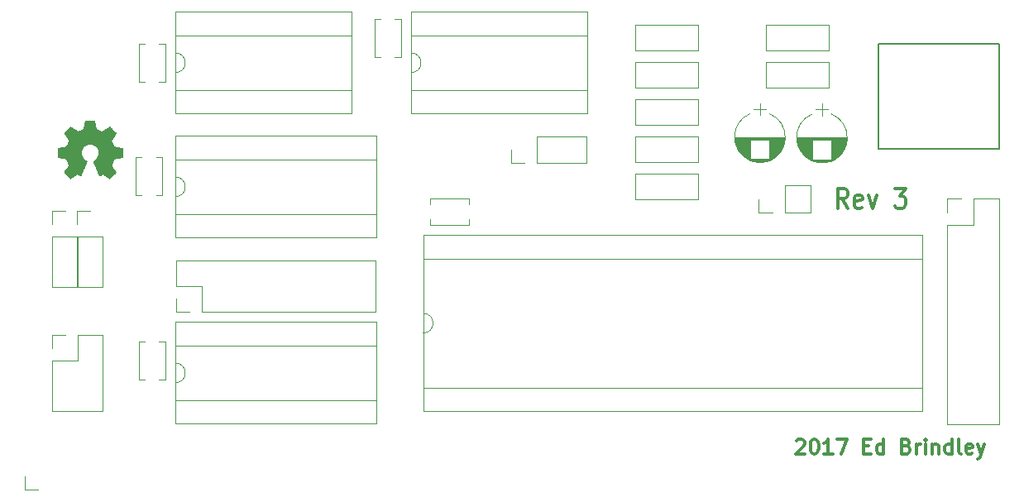
<source format=gto>
%TF.GenerationSoftware,KiCad,Pcbnew,4.0.6*%
%TF.CreationDate,2017-05-13T23:18:27+01:00*%
%TF.ProjectId,rc2014-ym2149,7263323031342D796D323134392E6B69,3*%
%TF.FileFunction,Legend,Top*%
%FSLAX46Y46*%
G04 Gerber Fmt 4.6, Leading zero omitted, Abs format (unit mm)*
G04 Created by KiCad (PCBNEW 4.0.6) date Sat May 13 23:18:27 2017*
%MOMM*%
%LPD*%
G01*
G04 APERTURE LIST*
%ADD10C,0.100000*%
%ADD11C,0.300000*%
%ADD12C,0.120000*%
%ADD13C,0.010000*%
%ADD14C,0.150000*%
G04 APERTURE END LIST*
D10*
D11*
X144907000Y-135539238D02*
X144314334Y-134571619D01*
X143891000Y-135539238D02*
X143891000Y-133507238D01*
X144568334Y-133507238D01*
X144737667Y-133604000D01*
X144822334Y-133700762D01*
X144907000Y-133894286D01*
X144907000Y-134184571D01*
X144822334Y-134378095D01*
X144737667Y-134474857D01*
X144568334Y-134571619D01*
X143891000Y-134571619D01*
X146346334Y-135442476D02*
X146177000Y-135539238D01*
X145838334Y-135539238D01*
X145669000Y-135442476D01*
X145584334Y-135248952D01*
X145584334Y-134474857D01*
X145669000Y-134281333D01*
X145838334Y-134184571D01*
X146177000Y-134184571D01*
X146346334Y-134281333D01*
X146431000Y-134474857D01*
X146431000Y-134668381D01*
X145584334Y-134861905D01*
X147023667Y-134184571D02*
X147447000Y-135539238D01*
X147870334Y-134184571D01*
X149733001Y-133507238D02*
X150833668Y-133507238D01*
X150241001Y-134281333D01*
X150495001Y-134281333D01*
X150664334Y-134378095D01*
X150749001Y-134474857D01*
X150833668Y-134668381D01*
X150833668Y-135152190D01*
X150749001Y-135345714D01*
X150664334Y-135442476D01*
X150495001Y-135539238D01*
X149987001Y-135539238D01*
X149817668Y-135442476D01*
X149733001Y-135345714D01*
X139617858Y-159321429D02*
X139689287Y-159250000D01*
X139832144Y-159178571D01*
X140189287Y-159178571D01*
X140332144Y-159250000D01*
X140403573Y-159321429D01*
X140475001Y-159464286D01*
X140475001Y-159607143D01*
X140403573Y-159821429D01*
X139546430Y-160678571D01*
X140475001Y-160678571D01*
X141403572Y-159178571D02*
X141546429Y-159178571D01*
X141689286Y-159250000D01*
X141760715Y-159321429D01*
X141832144Y-159464286D01*
X141903572Y-159750000D01*
X141903572Y-160107143D01*
X141832144Y-160392857D01*
X141760715Y-160535714D01*
X141689286Y-160607143D01*
X141546429Y-160678571D01*
X141403572Y-160678571D01*
X141260715Y-160607143D01*
X141189286Y-160535714D01*
X141117858Y-160392857D01*
X141046429Y-160107143D01*
X141046429Y-159750000D01*
X141117858Y-159464286D01*
X141189286Y-159321429D01*
X141260715Y-159250000D01*
X141403572Y-159178571D01*
X143332143Y-160678571D02*
X142475000Y-160678571D01*
X142903572Y-160678571D02*
X142903572Y-159178571D01*
X142760715Y-159392857D01*
X142617857Y-159535714D01*
X142475000Y-159607143D01*
X143832143Y-159178571D02*
X144832143Y-159178571D01*
X144189286Y-160678571D01*
X146546428Y-159892857D02*
X147046428Y-159892857D01*
X147260714Y-160678571D02*
X146546428Y-160678571D01*
X146546428Y-159178571D01*
X147260714Y-159178571D01*
X148546428Y-160678571D02*
X148546428Y-159178571D01*
X148546428Y-160607143D02*
X148403571Y-160678571D01*
X148117857Y-160678571D01*
X147974999Y-160607143D01*
X147903571Y-160535714D01*
X147832142Y-160392857D01*
X147832142Y-159964286D01*
X147903571Y-159821429D01*
X147974999Y-159750000D01*
X148117857Y-159678571D01*
X148403571Y-159678571D01*
X148546428Y-159750000D01*
X150903571Y-159892857D02*
X151117857Y-159964286D01*
X151189285Y-160035714D01*
X151260714Y-160178571D01*
X151260714Y-160392857D01*
X151189285Y-160535714D01*
X151117857Y-160607143D01*
X150974999Y-160678571D01*
X150403571Y-160678571D01*
X150403571Y-159178571D01*
X150903571Y-159178571D01*
X151046428Y-159250000D01*
X151117857Y-159321429D01*
X151189285Y-159464286D01*
X151189285Y-159607143D01*
X151117857Y-159750000D01*
X151046428Y-159821429D01*
X150903571Y-159892857D01*
X150403571Y-159892857D01*
X151903571Y-160678571D02*
X151903571Y-159678571D01*
X151903571Y-159964286D02*
X151974999Y-159821429D01*
X152046428Y-159750000D01*
X152189285Y-159678571D01*
X152332142Y-159678571D01*
X152832142Y-160678571D02*
X152832142Y-159678571D01*
X152832142Y-159178571D02*
X152760713Y-159250000D01*
X152832142Y-159321429D01*
X152903570Y-159250000D01*
X152832142Y-159178571D01*
X152832142Y-159321429D01*
X153546428Y-159678571D02*
X153546428Y-160678571D01*
X153546428Y-159821429D02*
X153617856Y-159750000D01*
X153760714Y-159678571D01*
X153974999Y-159678571D01*
X154117856Y-159750000D01*
X154189285Y-159892857D01*
X154189285Y-160678571D01*
X155546428Y-160678571D02*
X155546428Y-159178571D01*
X155546428Y-160607143D02*
X155403571Y-160678571D01*
X155117857Y-160678571D01*
X154974999Y-160607143D01*
X154903571Y-160535714D01*
X154832142Y-160392857D01*
X154832142Y-159964286D01*
X154903571Y-159821429D01*
X154974999Y-159750000D01*
X155117857Y-159678571D01*
X155403571Y-159678571D01*
X155546428Y-159750000D01*
X156475000Y-160678571D02*
X156332142Y-160607143D01*
X156260714Y-160464286D01*
X156260714Y-159178571D01*
X157617856Y-160607143D02*
X157474999Y-160678571D01*
X157189285Y-160678571D01*
X157046428Y-160607143D01*
X156974999Y-160464286D01*
X156974999Y-159892857D01*
X157046428Y-159750000D01*
X157189285Y-159678571D01*
X157474999Y-159678571D01*
X157617856Y-159750000D01*
X157689285Y-159892857D01*
X157689285Y-160035714D01*
X156974999Y-160178571D01*
X158189285Y-159678571D02*
X158546428Y-160678571D01*
X158903570Y-159678571D02*
X158546428Y-160678571D01*
X158403570Y-161035714D01*
X158332142Y-161107143D01*
X158189285Y-161178571D01*
D12*
X155070000Y-137230000D02*
X155070000Y-157670000D01*
X155070000Y-157670000D02*
X160390000Y-157670000D01*
X160390000Y-157670000D02*
X160390000Y-134570000D01*
X160390000Y-134570000D02*
X157730000Y-134570000D01*
X157730000Y-134570000D02*
X157730000Y-137230000D01*
X157730000Y-137230000D02*
X155070000Y-137230000D01*
X155070000Y-135960000D02*
X155070000Y-134570000D01*
X155070000Y-134570000D02*
X156460000Y-134570000D01*
X74700346Y-130317070D02*
X74700346Y-134237070D01*
X71980346Y-130317070D02*
X71980346Y-134237070D01*
X74700346Y-130317070D02*
X74090346Y-130317070D01*
X72590346Y-130317070D02*
X71980346Y-130317070D01*
X74700346Y-134237070D02*
X74090346Y-134237070D01*
X72590346Y-134237070D02*
X71980346Y-134237070D01*
X76080000Y-151400000D02*
G75*
G02X76080000Y-153400000I0J-1000000D01*
G01*
X76080000Y-153400000D02*
X76080000Y-155170000D01*
X76080000Y-155170000D02*
X96640000Y-155170000D01*
X96640000Y-155170000D02*
X96640000Y-149630000D01*
X96640000Y-149630000D02*
X76080000Y-149630000D01*
X76080000Y-149630000D02*
X76080000Y-151400000D01*
X76080000Y-157600000D02*
X96640000Y-157600000D01*
X96640000Y-157600000D02*
X96640000Y-147200000D01*
X96640000Y-147200000D02*
X76080000Y-147200000D01*
X76080000Y-147200000D02*
X76080000Y-157600000D01*
X76080000Y-132350000D02*
G75*
G02X76080000Y-134350000I0J-1000000D01*
G01*
X76080000Y-134350000D02*
X76080000Y-136120000D01*
X76080000Y-136120000D02*
X96640000Y-136120000D01*
X96640000Y-136120000D02*
X96640000Y-130580000D01*
X96640000Y-130580000D02*
X76080000Y-130580000D01*
X76080000Y-130580000D02*
X76080000Y-132350000D01*
X76080000Y-138550000D02*
X96640000Y-138550000D01*
X96640000Y-138550000D02*
X96640000Y-128150000D01*
X96640000Y-128150000D02*
X76080000Y-128150000D01*
X76080000Y-128150000D02*
X76080000Y-138550000D01*
X101439360Y-146309840D02*
G75*
G02X101439360Y-148309840I0J-1000000D01*
G01*
X101439360Y-148309840D02*
X101439360Y-153889840D01*
X101439360Y-153889840D02*
X152479360Y-153889840D01*
X152479360Y-153889840D02*
X152479360Y-140729840D01*
X152479360Y-140729840D02*
X101439360Y-140729840D01*
X101439360Y-140729840D02*
X101439360Y-146309840D01*
X101439360Y-156319840D02*
X152479360Y-156319840D01*
X152479360Y-156319840D02*
X152479360Y-138299840D01*
X152479360Y-138299840D02*
X101439360Y-138299840D01*
X101439360Y-138299840D02*
X101439360Y-156319840D01*
X100210000Y-119650000D02*
G75*
G02X100210000Y-121650000I0J-1000000D01*
G01*
X100210000Y-121650000D02*
X100210000Y-123420000D01*
X100210000Y-123420000D02*
X118230000Y-123420000D01*
X118230000Y-123420000D02*
X118230000Y-117880000D01*
X118230000Y-117880000D02*
X100210000Y-117880000D01*
X100210000Y-117880000D02*
X100210000Y-119650000D01*
X100210000Y-125850000D02*
X118230000Y-125850000D01*
X118230000Y-125850000D02*
X118230000Y-115450000D01*
X118230000Y-115450000D02*
X100210000Y-115450000D01*
X100210000Y-115450000D02*
X100210000Y-125850000D01*
X102160000Y-134530000D02*
X106080000Y-134530000D01*
X102160000Y-137250000D02*
X106080000Y-137250000D01*
X102160000Y-134530000D02*
X102160000Y-135140000D01*
X102160000Y-136640000D02*
X102160000Y-137250000D01*
X106080000Y-134530000D02*
X106080000Y-135140000D01*
X106080000Y-136640000D02*
X106080000Y-137250000D01*
X136871400Y-130646863D02*
G75*
G03X136870000Y-125852564I-981400J2396863D01*
G01*
X134908600Y-130646863D02*
G75*
G02X134910000Y-125852564I981400J2396863D01*
G01*
X134908600Y-130646863D02*
G75*
G03X136870000Y-130647436I981400J2396863D01*
G01*
X138440000Y-128250000D02*
X133340000Y-128250000D01*
X138440000Y-128290000D02*
X133340000Y-128290000D01*
X138439000Y-128330000D02*
X133341000Y-128330000D01*
X138438000Y-128370000D02*
X133342000Y-128370000D01*
X138436000Y-128410000D02*
X133344000Y-128410000D01*
X138433000Y-128450000D02*
X133347000Y-128450000D01*
X138429000Y-128490000D02*
X133351000Y-128490000D01*
X138425000Y-128530000D02*
X136870000Y-128530000D01*
X134910000Y-128530000D02*
X133355000Y-128530000D01*
X138421000Y-128570000D02*
X136870000Y-128570000D01*
X134910000Y-128570000D02*
X133359000Y-128570000D01*
X138415000Y-128610000D02*
X136870000Y-128610000D01*
X134910000Y-128610000D02*
X133365000Y-128610000D01*
X138409000Y-128650000D02*
X136870000Y-128650000D01*
X134910000Y-128650000D02*
X133371000Y-128650000D01*
X138403000Y-128690000D02*
X136870000Y-128690000D01*
X134910000Y-128690000D02*
X133377000Y-128690000D01*
X138396000Y-128730000D02*
X136870000Y-128730000D01*
X134910000Y-128730000D02*
X133384000Y-128730000D01*
X138388000Y-128770000D02*
X136870000Y-128770000D01*
X134910000Y-128770000D02*
X133392000Y-128770000D01*
X138379000Y-128810000D02*
X136870000Y-128810000D01*
X134910000Y-128810000D02*
X133401000Y-128810000D01*
X138370000Y-128850000D02*
X136870000Y-128850000D01*
X134910000Y-128850000D02*
X133410000Y-128850000D01*
X138360000Y-128890000D02*
X136870000Y-128890000D01*
X134910000Y-128890000D02*
X133420000Y-128890000D01*
X138350000Y-128930000D02*
X136870000Y-128930000D01*
X134910000Y-128930000D02*
X133430000Y-128930000D01*
X138338000Y-128971000D02*
X136870000Y-128971000D01*
X134910000Y-128971000D02*
X133442000Y-128971000D01*
X138326000Y-129011000D02*
X136870000Y-129011000D01*
X134910000Y-129011000D02*
X133454000Y-129011000D01*
X138314000Y-129051000D02*
X136870000Y-129051000D01*
X134910000Y-129051000D02*
X133466000Y-129051000D01*
X138300000Y-129091000D02*
X136870000Y-129091000D01*
X134910000Y-129091000D02*
X133480000Y-129091000D01*
X138286000Y-129131000D02*
X136870000Y-129131000D01*
X134910000Y-129131000D02*
X133494000Y-129131000D01*
X138272000Y-129171000D02*
X136870000Y-129171000D01*
X134910000Y-129171000D02*
X133508000Y-129171000D01*
X138256000Y-129211000D02*
X136870000Y-129211000D01*
X134910000Y-129211000D02*
X133524000Y-129211000D01*
X138240000Y-129251000D02*
X136870000Y-129251000D01*
X134910000Y-129251000D02*
X133540000Y-129251000D01*
X138223000Y-129291000D02*
X136870000Y-129291000D01*
X134910000Y-129291000D02*
X133557000Y-129291000D01*
X138205000Y-129331000D02*
X136870000Y-129331000D01*
X134910000Y-129331000D02*
X133575000Y-129331000D01*
X138186000Y-129371000D02*
X136870000Y-129371000D01*
X134910000Y-129371000D02*
X133594000Y-129371000D01*
X138166000Y-129411000D02*
X136870000Y-129411000D01*
X134910000Y-129411000D02*
X133614000Y-129411000D01*
X138146000Y-129451000D02*
X136870000Y-129451000D01*
X134910000Y-129451000D02*
X133634000Y-129451000D01*
X138124000Y-129491000D02*
X136870000Y-129491000D01*
X134910000Y-129491000D02*
X133656000Y-129491000D01*
X138102000Y-129531000D02*
X136870000Y-129531000D01*
X134910000Y-129531000D02*
X133678000Y-129531000D01*
X138079000Y-129571000D02*
X136870000Y-129571000D01*
X134910000Y-129571000D02*
X133701000Y-129571000D01*
X138055000Y-129611000D02*
X136870000Y-129611000D01*
X134910000Y-129611000D02*
X133725000Y-129611000D01*
X138030000Y-129651000D02*
X136870000Y-129651000D01*
X134910000Y-129651000D02*
X133750000Y-129651000D01*
X138003000Y-129691000D02*
X136870000Y-129691000D01*
X134910000Y-129691000D02*
X133777000Y-129691000D01*
X137976000Y-129731000D02*
X136870000Y-129731000D01*
X134910000Y-129731000D02*
X133804000Y-129731000D01*
X137948000Y-129771000D02*
X136870000Y-129771000D01*
X134910000Y-129771000D02*
X133832000Y-129771000D01*
X137918000Y-129811000D02*
X136870000Y-129811000D01*
X134910000Y-129811000D02*
X133862000Y-129811000D01*
X137887000Y-129851000D02*
X136870000Y-129851000D01*
X134910000Y-129851000D02*
X133893000Y-129851000D01*
X137855000Y-129891000D02*
X136870000Y-129891000D01*
X134910000Y-129891000D02*
X133925000Y-129891000D01*
X137822000Y-129931000D02*
X136870000Y-129931000D01*
X134910000Y-129931000D02*
X133958000Y-129931000D01*
X137787000Y-129971000D02*
X136870000Y-129971000D01*
X134910000Y-129971000D02*
X133993000Y-129971000D01*
X137751000Y-130011000D02*
X136870000Y-130011000D01*
X134910000Y-130011000D02*
X134029000Y-130011000D01*
X137713000Y-130051000D02*
X136870000Y-130051000D01*
X134910000Y-130051000D02*
X134067000Y-130051000D01*
X137673000Y-130091000D02*
X136870000Y-130091000D01*
X134910000Y-130091000D02*
X134107000Y-130091000D01*
X137632000Y-130131000D02*
X136870000Y-130131000D01*
X134910000Y-130131000D02*
X134148000Y-130131000D01*
X137589000Y-130171000D02*
X136870000Y-130171000D01*
X134910000Y-130171000D02*
X134191000Y-130171000D01*
X137544000Y-130211000D02*
X136870000Y-130211000D01*
X134910000Y-130211000D02*
X134236000Y-130211000D01*
X137496000Y-130251000D02*
X136870000Y-130251000D01*
X134910000Y-130251000D02*
X134284000Y-130251000D01*
X137446000Y-130291000D02*
X136870000Y-130291000D01*
X134910000Y-130291000D02*
X134334000Y-130291000D01*
X137394000Y-130331000D02*
X136870000Y-130331000D01*
X134910000Y-130331000D02*
X134386000Y-130331000D01*
X137338000Y-130371000D02*
X136870000Y-130371000D01*
X134910000Y-130371000D02*
X134442000Y-130371000D01*
X137280000Y-130411000D02*
X136870000Y-130411000D01*
X134910000Y-130411000D02*
X134500000Y-130411000D01*
X137217000Y-130451000D02*
X136870000Y-130451000D01*
X134910000Y-130451000D02*
X134563000Y-130451000D01*
X137151000Y-130491000D02*
X134629000Y-130491000D01*
X137079000Y-130531000D02*
X134701000Y-130531000D01*
X137002000Y-130571000D02*
X134778000Y-130571000D01*
X136918000Y-130611000D02*
X134862000Y-130611000D01*
X136824000Y-130651000D02*
X134956000Y-130651000D01*
X136719000Y-130691000D02*
X135061000Y-130691000D01*
X136597000Y-130731000D02*
X135183000Y-130731000D01*
X136449000Y-130771000D02*
X135331000Y-130771000D01*
X136244000Y-130811000D02*
X135536000Y-130811000D01*
X135890000Y-124800000D02*
X135890000Y-126000000D01*
X136540000Y-125400000D02*
X135240000Y-125400000D01*
X143221400Y-130686863D02*
G75*
G03X143220000Y-125892564I-981400J2396863D01*
G01*
X141258600Y-130686863D02*
G75*
G02X141260000Y-125892564I981400J2396863D01*
G01*
X141258600Y-130686863D02*
G75*
G03X143220000Y-130687436I981400J2396863D01*
G01*
X144790000Y-128290000D02*
X139690000Y-128290000D01*
X144790000Y-128330000D02*
X139690000Y-128330000D01*
X144789000Y-128370000D02*
X139691000Y-128370000D01*
X144788000Y-128410000D02*
X139692000Y-128410000D01*
X144786000Y-128450000D02*
X139694000Y-128450000D01*
X144783000Y-128490000D02*
X139697000Y-128490000D01*
X144779000Y-128530000D02*
X139701000Y-128530000D01*
X144775000Y-128570000D02*
X143220000Y-128570000D01*
X141260000Y-128570000D02*
X139705000Y-128570000D01*
X144771000Y-128610000D02*
X143220000Y-128610000D01*
X141260000Y-128610000D02*
X139709000Y-128610000D01*
X144765000Y-128650000D02*
X143220000Y-128650000D01*
X141260000Y-128650000D02*
X139715000Y-128650000D01*
X144759000Y-128690000D02*
X143220000Y-128690000D01*
X141260000Y-128690000D02*
X139721000Y-128690000D01*
X144753000Y-128730000D02*
X143220000Y-128730000D01*
X141260000Y-128730000D02*
X139727000Y-128730000D01*
X144746000Y-128770000D02*
X143220000Y-128770000D01*
X141260000Y-128770000D02*
X139734000Y-128770000D01*
X144738000Y-128810000D02*
X143220000Y-128810000D01*
X141260000Y-128810000D02*
X139742000Y-128810000D01*
X144729000Y-128850000D02*
X143220000Y-128850000D01*
X141260000Y-128850000D02*
X139751000Y-128850000D01*
X144720000Y-128890000D02*
X143220000Y-128890000D01*
X141260000Y-128890000D02*
X139760000Y-128890000D01*
X144710000Y-128930000D02*
X143220000Y-128930000D01*
X141260000Y-128930000D02*
X139770000Y-128930000D01*
X144700000Y-128970000D02*
X143220000Y-128970000D01*
X141260000Y-128970000D02*
X139780000Y-128970000D01*
X144688000Y-129011000D02*
X143220000Y-129011000D01*
X141260000Y-129011000D02*
X139792000Y-129011000D01*
X144676000Y-129051000D02*
X143220000Y-129051000D01*
X141260000Y-129051000D02*
X139804000Y-129051000D01*
X144664000Y-129091000D02*
X143220000Y-129091000D01*
X141260000Y-129091000D02*
X139816000Y-129091000D01*
X144650000Y-129131000D02*
X143220000Y-129131000D01*
X141260000Y-129131000D02*
X139830000Y-129131000D01*
X144636000Y-129171000D02*
X143220000Y-129171000D01*
X141260000Y-129171000D02*
X139844000Y-129171000D01*
X144622000Y-129211000D02*
X143220000Y-129211000D01*
X141260000Y-129211000D02*
X139858000Y-129211000D01*
X144606000Y-129251000D02*
X143220000Y-129251000D01*
X141260000Y-129251000D02*
X139874000Y-129251000D01*
X144590000Y-129291000D02*
X143220000Y-129291000D01*
X141260000Y-129291000D02*
X139890000Y-129291000D01*
X144573000Y-129331000D02*
X143220000Y-129331000D01*
X141260000Y-129331000D02*
X139907000Y-129331000D01*
X144555000Y-129371000D02*
X143220000Y-129371000D01*
X141260000Y-129371000D02*
X139925000Y-129371000D01*
X144536000Y-129411000D02*
X143220000Y-129411000D01*
X141260000Y-129411000D02*
X139944000Y-129411000D01*
X144516000Y-129451000D02*
X143220000Y-129451000D01*
X141260000Y-129451000D02*
X139964000Y-129451000D01*
X144496000Y-129491000D02*
X143220000Y-129491000D01*
X141260000Y-129491000D02*
X139984000Y-129491000D01*
X144474000Y-129531000D02*
X143220000Y-129531000D01*
X141260000Y-129531000D02*
X140006000Y-129531000D01*
X144452000Y-129571000D02*
X143220000Y-129571000D01*
X141260000Y-129571000D02*
X140028000Y-129571000D01*
X144429000Y-129611000D02*
X143220000Y-129611000D01*
X141260000Y-129611000D02*
X140051000Y-129611000D01*
X144405000Y-129651000D02*
X143220000Y-129651000D01*
X141260000Y-129651000D02*
X140075000Y-129651000D01*
X144380000Y-129691000D02*
X143220000Y-129691000D01*
X141260000Y-129691000D02*
X140100000Y-129691000D01*
X144353000Y-129731000D02*
X143220000Y-129731000D01*
X141260000Y-129731000D02*
X140127000Y-129731000D01*
X144326000Y-129771000D02*
X143220000Y-129771000D01*
X141260000Y-129771000D02*
X140154000Y-129771000D01*
X144298000Y-129811000D02*
X143220000Y-129811000D01*
X141260000Y-129811000D02*
X140182000Y-129811000D01*
X144268000Y-129851000D02*
X143220000Y-129851000D01*
X141260000Y-129851000D02*
X140212000Y-129851000D01*
X144237000Y-129891000D02*
X143220000Y-129891000D01*
X141260000Y-129891000D02*
X140243000Y-129891000D01*
X144205000Y-129931000D02*
X143220000Y-129931000D01*
X141260000Y-129931000D02*
X140275000Y-129931000D01*
X144172000Y-129971000D02*
X143220000Y-129971000D01*
X141260000Y-129971000D02*
X140308000Y-129971000D01*
X144137000Y-130011000D02*
X143220000Y-130011000D01*
X141260000Y-130011000D02*
X140343000Y-130011000D01*
X144101000Y-130051000D02*
X143220000Y-130051000D01*
X141260000Y-130051000D02*
X140379000Y-130051000D01*
X144063000Y-130091000D02*
X143220000Y-130091000D01*
X141260000Y-130091000D02*
X140417000Y-130091000D01*
X144023000Y-130131000D02*
X143220000Y-130131000D01*
X141260000Y-130131000D02*
X140457000Y-130131000D01*
X143982000Y-130171000D02*
X143220000Y-130171000D01*
X141260000Y-130171000D02*
X140498000Y-130171000D01*
X143939000Y-130211000D02*
X143220000Y-130211000D01*
X141260000Y-130211000D02*
X140541000Y-130211000D01*
X143894000Y-130251000D02*
X143220000Y-130251000D01*
X141260000Y-130251000D02*
X140586000Y-130251000D01*
X143846000Y-130291000D02*
X143220000Y-130291000D01*
X141260000Y-130291000D02*
X140634000Y-130291000D01*
X143796000Y-130331000D02*
X143220000Y-130331000D01*
X141260000Y-130331000D02*
X140684000Y-130331000D01*
X143744000Y-130371000D02*
X143220000Y-130371000D01*
X141260000Y-130371000D02*
X140736000Y-130371000D01*
X143688000Y-130411000D02*
X143220000Y-130411000D01*
X141260000Y-130411000D02*
X140792000Y-130411000D01*
X143630000Y-130451000D02*
X143220000Y-130451000D01*
X141260000Y-130451000D02*
X140850000Y-130451000D01*
X143567000Y-130491000D02*
X143220000Y-130491000D01*
X141260000Y-130491000D02*
X140913000Y-130491000D01*
X143501000Y-130531000D02*
X140979000Y-130531000D01*
X143429000Y-130571000D02*
X141051000Y-130571000D01*
X143352000Y-130611000D02*
X141128000Y-130611000D01*
X143268000Y-130651000D02*
X141212000Y-130651000D01*
X143174000Y-130691000D02*
X141306000Y-130691000D01*
X143069000Y-130731000D02*
X141411000Y-130731000D01*
X142947000Y-130771000D02*
X141533000Y-130771000D01*
X142799000Y-130811000D02*
X141681000Y-130811000D01*
X142594000Y-130851000D02*
X141886000Y-130851000D01*
X142240000Y-124840000D02*
X142240000Y-126040000D01*
X142890000Y-125440000D02*
X141590000Y-125440000D01*
X138430000Y-136010000D02*
X141090000Y-136010000D01*
X141090000Y-136010000D02*
X141090000Y-133230000D01*
X141090000Y-133230000D02*
X138430000Y-133230000D01*
X138430000Y-133230000D02*
X138430000Y-136010000D01*
X137160000Y-136010000D02*
X135770000Y-136010000D01*
X135770000Y-136010000D02*
X135770000Y-134620000D01*
X76080000Y-119650000D02*
G75*
G02X76080000Y-121650000I0J-1000000D01*
G01*
X76080000Y-121650000D02*
X76080000Y-123420000D01*
X76080000Y-123420000D02*
X94100000Y-123420000D01*
X94100000Y-123420000D02*
X94100000Y-117880000D01*
X94100000Y-117880000D02*
X76080000Y-117880000D01*
X76080000Y-117880000D02*
X76080000Y-119650000D01*
X76080000Y-125850000D02*
X94100000Y-125850000D01*
X94100000Y-125850000D02*
X94100000Y-115450000D01*
X94100000Y-115450000D02*
X76080000Y-115450000D01*
X76080000Y-115450000D02*
X76080000Y-125850000D01*
X75020000Y-149150000D02*
X75020000Y-153070000D01*
X72300000Y-149150000D02*
X72300000Y-153070000D01*
X75020000Y-149150000D02*
X74410000Y-149150000D01*
X72910000Y-149150000D02*
X72300000Y-149150000D01*
X75020000Y-153070000D02*
X74410000Y-153070000D01*
X72910000Y-153070000D02*
X72300000Y-153070000D01*
X99150000Y-116130000D02*
X99150000Y-120050000D01*
X96430000Y-116130000D02*
X96430000Y-120050000D01*
X99150000Y-116130000D02*
X98540000Y-116130000D01*
X97040000Y-116130000D02*
X96430000Y-116130000D01*
X99150000Y-120050000D02*
X98540000Y-120050000D01*
X97040000Y-120050000D02*
X96430000Y-120050000D01*
X75020000Y-118670000D02*
X75020000Y-122590000D01*
X72300000Y-118670000D02*
X72300000Y-122590000D01*
X75020000Y-118670000D02*
X74410000Y-118670000D01*
X72910000Y-118670000D02*
X72300000Y-118670000D01*
X75020000Y-122590000D02*
X74410000Y-122590000D01*
X72910000Y-122590000D02*
X72300000Y-122590000D01*
X113030000Y-130870000D02*
X118170000Y-130870000D01*
X118170000Y-130870000D02*
X118170000Y-128210000D01*
X118170000Y-128210000D02*
X113030000Y-128210000D01*
X113030000Y-128210000D02*
X113030000Y-130870000D01*
X111760000Y-130870000D02*
X110430000Y-130870000D01*
X110430000Y-130870000D02*
X110430000Y-129540000D01*
X63440000Y-151130000D02*
X63440000Y-156270000D01*
X63440000Y-156270000D02*
X68640000Y-156270000D01*
X68640000Y-156270000D02*
X68640000Y-148530000D01*
X68640000Y-148530000D02*
X66040000Y-148530000D01*
X66040000Y-148530000D02*
X66040000Y-151130000D01*
X66040000Y-151130000D02*
X63440000Y-151130000D01*
X63440000Y-149860000D02*
X63440000Y-148530000D01*
X63440000Y-148530000D02*
X64770000Y-148530000D01*
X78740000Y-146110000D02*
X96580000Y-146110000D01*
X96580000Y-146110000D02*
X96580000Y-140910000D01*
X96580000Y-140910000D02*
X76140000Y-140910000D01*
X76140000Y-140910000D02*
X76140000Y-143510000D01*
X76140000Y-143510000D02*
X78740000Y-143510000D01*
X78740000Y-143510000D02*
X78740000Y-146110000D01*
X77470000Y-146110000D02*
X76140000Y-146110000D01*
X76140000Y-146110000D02*
X76140000Y-144780000D01*
X65980000Y-138430000D02*
X65980000Y-143570000D01*
X65980000Y-143570000D02*
X68640000Y-143570000D01*
X68640000Y-143570000D02*
X68640000Y-138430000D01*
X68640000Y-138430000D02*
X65980000Y-138430000D01*
X65980000Y-137160000D02*
X65980000Y-135830000D01*
X65980000Y-135830000D02*
X67310000Y-135830000D01*
X63440000Y-138430000D02*
X63440000Y-143570000D01*
X63440000Y-143570000D02*
X66100000Y-143570000D01*
X66100000Y-143570000D02*
X66100000Y-138430000D01*
X66100000Y-138430000D02*
X63440000Y-138430000D01*
X63440000Y-137160000D02*
X63440000Y-135830000D01*
X63440000Y-135830000D02*
X64770000Y-135830000D01*
D13*
G36*
X67865814Y-127008931D02*
X67949635Y-127453555D01*
X68258920Y-127581053D01*
X68568206Y-127708551D01*
X68939246Y-127456246D01*
X69043157Y-127385996D01*
X69137087Y-127323272D01*
X69216652Y-127270938D01*
X69277470Y-127231857D01*
X69315157Y-127208893D01*
X69325421Y-127203942D01*
X69343910Y-127216676D01*
X69383420Y-127251882D01*
X69439522Y-127305062D01*
X69507787Y-127371718D01*
X69583786Y-127447354D01*
X69663092Y-127527472D01*
X69741275Y-127607574D01*
X69813907Y-127683164D01*
X69876559Y-127749745D01*
X69924803Y-127802818D01*
X69954210Y-127837887D01*
X69961241Y-127849623D01*
X69951123Y-127871260D01*
X69922759Y-127918662D01*
X69879129Y-127987193D01*
X69823218Y-128072215D01*
X69758006Y-128169093D01*
X69720219Y-128224350D01*
X69651343Y-128325248D01*
X69590140Y-128416299D01*
X69539578Y-128492970D01*
X69502628Y-128550728D01*
X69482258Y-128585043D01*
X69479197Y-128592254D01*
X69486136Y-128612748D01*
X69505051Y-128660513D01*
X69533087Y-128728832D01*
X69567391Y-128810989D01*
X69605109Y-128900270D01*
X69643387Y-128989958D01*
X69679370Y-129073338D01*
X69710206Y-129143694D01*
X69733039Y-129194310D01*
X69745017Y-129218471D01*
X69745724Y-129219422D01*
X69764531Y-129224036D01*
X69814618Y-129234328D01*
X69890793Y-129249287D01*
X69987865Y-129267901D01*
X70100643Y-129289159D01*
X70166442Y-129301418D01*
X70286950Y-129324362D01*
X70395797Y-129346195D01*
X70487476Y-129365722D01*
X70556481Y-129381748D01*
X70597304Y-129393079D01*
X70605511Y-129396674D01*
X70613548Y-129421006D01*
X70620033Y-129475959D01*
X70624970Y-129555108D01*
X70628364Y-129652026D01*
X70630218Y-129760287D01*
X70630538Y-129873465D01*
X70629327Y-129985135D01*
X70626590Y-130088868D01*
X70622331Y-130178241D01*
X70616555Y-130246826D01*
X70609267Y-130288197D01*
X70604895Y-130296810D01*
X70578764Y-130307133D01*
X70523393Y-130321892D01*
X70446107Y-130339352D01*
X70354230Y-130357780D01*
X70322158Y-130363741D01*
X70167524Y-130392066D01*
X70045375Y-130414876D01*
X69951673Y-130433080D01*
X69882384Y-130447583D01*
X69833471Y-130459292D01*
X69800897Y-130469115D01*
X69780628Y-130477956D01*
X69768626Y-130486724D01*
X69766947Y-130488457D01*
X69750184Y-130516371D01*
X69724614Y-130570695D01*
X69692788Y-130644777D01*
X69657260Y-130731965D01*
X69620583Y-130825608D01*
X69585311Y-130919052D01*
X69553996Y-131005647D01*
X69529193Y-131078740D01*
X69513454Y-131131678D01*
X69509332Y-131157811D01*
X69509676Y-131158726D01*
X69523641Y-131180086D01*
X69555322Y-131227084D01*
X69601391Y-131294827D01*
X69658518Y-131378423D01*
X69723373Y-131472982D01*
X69741843Y-131499854D01*
X69807699Y-131597275D01*
X69865650Y-131686163D01*
X69912538Y-131761412D01*
X69945207Y-131817920D01*
X69960500Y-131850581D01*
X69961241Y-131854593D01*
X69948392Y-131875684D01*
X69912888Y-131917464D01*
X69859293Y-131975445D01*
X69792171Y-132045135D01*
X69716087Y-132122045D01*
X69635604Y-132201683D01*
X69555287Y-132279561D01*
X69479699Y-132351186D01*
X69413405Y-132412070D01*
X69360969Y-132457721D01*
X69326955Y-132483650D01*
X69317545Y-132487883D01*
X69295643Y-132477912D01*
X69250800Y-132451020D01*
X69190321Y-132411736D01*
X69143789Y-132380117D01*
X69059475Y-132322098D01*
X68959626Y-132253784D01*
X68859473Y-132185579D01*
X68805627Y-132149075D01*
X68623371Y-132025800D01*
X68470381Y-132108520D01*
X68400682Y-132144759D01*
X68341414Y-132172926D01*
X68301311Y-132188991D01*
X68291103Y-132191226D01*
X68278829Y-132174722D01*
X68254613Y-132128082D01*
X68220263Y-132055609D01*
X68177588Y-131961606D01*
X68128394Y-131850374D01*
X68074490Y-131726215D01*
X68017684Y-131593432D01*
X67959782Y-131456327D01*
X67902593Y-131319202D01*
X67847924Y-131186358D01*
X67797584Y-131062098D01*
X67753380Y-130950725D01*
X67717119Y-130856539D01*
X67690609Y-130783844D01*
X67675658Y-130736941D01*
X67673254Y-130720833D01*
X67692311Y-130700286D01*
X67734036Y-130666933D01*
X67789706Y-130627702D01*
X67794378Y-130624599D01*
X67938264Y-130509423D01*
X68054283Y-130375053D01*
X68141430Y-130225784D01*
X68198699Y-130065913D01*
X68225086Y-129899737D01*
X68219585Y-129731552D01*
X68181190Y-129565655D01*
X68108895Y-129406342D01*
X68087626Y-129371487D01*
X67976996Y-129230737D01*
X67846302Y-129117714D01*
X67700064Y-129033003D01*
X67542808Y-128977194D01*
X67379057Y-128950874D01*
X67213333Y-128954630D01*
X67050162Y-128989050D01*
X66894065Y-129054723D01*
X66749567Y-129152235D01*
X66704869Y-129191813D01*
X66591112Y-129315703D01*
X66508218Y-129446124D01*
X66451356Y-129592315D01*
X66419687Y-129737088D01*
X66411869Y-129899860D01*
X66437938Y-130063440D01*
X66495245Y-130222298D01*
X66581144Y-130370906D01*
X66692986Y-130503735D01*
X66828123Y-130615256D01*
X66845883Y-130627011D01*
X66902150Y-130665508D01*
X66944923Y-130698863D01*
X66965372Y-130720160D01*
X66965669Y-130720833D01*
X66961279Y-130743871D01*
X66943876Y-130796157D01*
X66915268Y-130873390D01*
X66877265Y-130971268D01*
X66831674Y-131085491D01*
X66780303Y-131211758D01*
X66724962Y-131345767D01*
X66667458Y-131483218D01*
X66609601Y-131619808D01*
X66553198Y-131751237D01*
X66500058Y-131873205D01*
X66451990Y-131981409D01*
X66410801Y-132071549D01*
X66378301Y-132139323D01*
X66356297Y-132180430D01*
X66347436Y-132191226D01*
X66320360Y-132182819D01*
X66269697Y-132160272D01*
X66204183Y-132127613D01*
X66168159Y-132108520D01*
X66015168Y-132025800D01*
X65832912Y-132149075D01*
X65739875Y-132212228D01*
X65638015Y-132281727D01*
X65542562Y-132347165D01*
X65494750Y-132380117D01*
X65427505Y-132425273D01*
X65370564Y-132461057D01*
X65331354Y-132482938D01*
X65318619Y-132487563D01*
X65300083Y-132475085D01*
X65259059Y-132440252D01*
X65199525Y-132386678D01*
X65125458Y-132317983D01*
X65040835Y-132237781D01*
X64987315Y-132186286D01*
X64893681Y-132094286D01*
X64812759Y-132011999D01*
X64747823Y-131942945D01*
X64702142Y-131890644D01*
X64678989Y-131858616D01*
X64676768Y-131852116D01*
X64687076Y-131827394D01*
X64715561Y-131777405D01*
X64759063Y-131707212D01*
X64814423Y-131621875D01*
X64878480Y-131526456D01*
X64896697Y-131499854D01*
X64963073Y-131403167D01*
X65022622Y-131316117D01*
X65072016Y-131243595D01*
X65107925Y-131190493D01*
X65127019Y-131161703D01*
X65128864Y-131158726D01*
X65126105Y-131135782D01*
X65111462Y-131085336D01*
X65087487Y-131014041D01*
X65056734Y-130928547D01*
X65021756Y-130835507D01*
X64985107Y-130741574D01*
X64949339Y-130653399D01*
X64917006Y-130577634D01*
X64890662Y-130520931D01*
X64872858Y-130489943D01*
X64871593Y-130488457D01*
X64860706Y-130479601D01*
X64842318Y-130470843D01*
X64812394Y-130461277D01*
X64766897Y-130449996D01*
X64701791Y-130436093D01*
X64613039Y-130418663D01*
X64496607Y-130396798D01*
X64348458Y-130369591D01*
X64316382Y-130363741D01*
X64221314Y-130345374D01*
X64138435Y-130327405D01*
X64075070Y-130311569D01*
X64038542Y-130299600D01*
X64033644Y-130296810D01*
X64025573Y-130272072D01*
X64019013Y-130216790D01*
X64013967Y-130137389D01*
X64010441Y-130040296D01*
X64008439Y-129931938D01*
X64007964Y-129818740D01*
X64009023Y-129707128D01*
X64011618Y-129603529D01*
X64015754Y-129514368D01*
X64021437Y-129446072D01*
X64028669Y-129405066D01*
X64033029Y-129396674D01*
X64057302Y-129388208D01*
X64112574Y-129374435D01*
X64193338Y-129356550D01*
X64294088Y-129335748D01*
X64409317Y-129313223D01*
X64472098Y-129301418D01*
X64591213Y-129279151D01*
X64697435Y-129258979D01*
X64785573Y-129241915D01*
X64850434Y-129228969D01*
X64886826Y-129221155D01*
X64892816Y-129219422D01*
X64902939Y-129199890D01*
X64924338Y-129152843D01*
X64954161Y-129085003D01*
X64989555Y-129003091D01*
X65027668Y-128913828D01*
X65065647Y-128823935D01*
X65100640Y-128740135D01*
X65129794Y-128669147D01*
X65150257Y-128617694D01*
X65159177Y-128592497D01*
X65159343Y-128591396D01*
X65149231Y-128571519D01*
X65120883Y-128525777D01*
X65077277Y-128458717D01*
X65021394Y-128374884D01*
X64956213Y-128278826D01*
X64918321Y-128223650D01*
X64849275Y-128122481D01*
X64787950Y-128030630D01*
X64737337Y-127952744D01*
X64700429Y-127893469D01*
X64680218Y-127857451D01*
X64677299Y-127849377D01*
X64689847Y-127830584D01*
X64724537Y-127790457D01*
X64776937Y-127733493D01*
X64842616Y-127664185D01*
X64917144Y-127587031D01*
X64996087Y-127506525D01*
X65075017Y-127427163D01*
X65149500Y-127353440D01*
X65215106Y-127289852D01*
X65267404Y-127240894D01*
X65301961Y-127211061D01*
X65313522Y-127203942D01*
X65332346Y-127213953D01*
X65377369Y-127242078D01*
X65444213Y-127285454D01*
X65528501Y-127341218D01*
X65625856Y-127406506D01*
X65699293Y-127456246D01*
X66070333Y-127708551D01*
X66688905Y-127453555D01*
X66772725Y-127008931D01*
X66856546Y-126564307D01*
X67781994Y-126564307D01*
X67865814Y-127008931D01*
X67865814Y-127008931D01*
G37*
X67865814Y-127008931D02*
X67949635Y-127453555D01*
X68258920Y-127581053D01*
X68568206Y-127708551D01*
X68939246Y-127456246D01*
X69043157Y-127385996D01*
X69137087Y-127323272D01*
X69216652Y-127270938D01*
X69277470Y-127231857D01*
X69315157Y-127208893D01*
X69325421Y-127203942D01*
X69343910Y-127216676D01*
X69383420Y-127251882D01*
X69439522Y-127305062D01*
X69507787Y-127371718D01*
X69583786Y-127447354D01*
X69663092Y-127527472D01*
X69741275Y-127607574D01*
X69813907Y-127683164D01*
X69876559Y-127749745D01*
X69924803Y-127802818D01*
X69954210Y-127837887D01*
X69961241Y-127849623D01*
X69951123Y-127871260D01*
X69922759Y-127918662D01*
X69879129Y-127987193D01*
X69823218Y-128072215D01*
X69758006Y-128169093D01*
X69720219Y-128224350D01*
X69651343Y-128325248D01*
X69590140Y-128416299D01*
X69539578Y-128492970D01*
X69502628Y-128550728D01*
X69482258Y-128585043D01*
X69479197Y-128592254D01*
X69486136Y-128612748D01*
X69505051Y-128660513D01*
X69533087Y-128728832D01*
X69567391Y-128810989D01*
X69605109Y-128900270D01*
X69643387Y-128989958D01*
X69679370Y-129073338D01*
X69710206Y-129143694D01*
X69733039Y-129194310D01*
X69745017Y-129218471D01*
X69745724Y-129219422D01*
X69764531Y-129224036D01*
X69814618Y-129234328D01*
X69890793Y-129249287D01*
X69987865Y-129267901D01*
X70100643Y-129289159D01*
X70166442Y-129301418D01*
X70286950Y-129324362D01*
X70395797Y-129346195D01*
X70487476Y-129365722D01*
X70556481Y-129381748D01*
X70597304Y-129393079D01*
X70605511Y-129396674D01*
X70613548Y-129421006D01*
X70620033Y-129475959D01*
X70624970Y-129555108D01*
X70628364Y-129652026D01*
X70630218Y-129760287D01*
X70630538Y-129873465D01*
X70629327Y-129985135D01*
X70626590Y-130088868D01*
X70622331Y-130178241D01*
X70616555Y-130246826D01*
X70609267Y-130288197D01*
X70604895Y-130296810D01*
X70578764Y-130307133D01*
X70523393Y-130321892D01*
X70446107Y-130339352D01*
X70354230Y-130357780D01*
X70322158Y-130363741D01*
X70167524Y-130392066D01*
X70045375Y-130414876D01*
X69951673Y-130433080D01*
X69882384Y-130447583D01*
X69833471Y-130459292D01*
X69800897Y-130469115D01*
X69780628Y-130477956D01*
X69768626Y-130486724D01*
X69766947Y-130488457D01*
X69750184Y-130516371D01*
X69724614Y-130570695D01*
X69692788Y-130644777D01*
X69657260Y-130731965D01*
X69620583Y-130825608D01*
X69585311Y-130919052D01*
X69553996Y-131005647D01*
X69529193Y-131078740D01*
X69513454Y-131131678D01*
X69509332Y-131157811D01*
X69509676Y-131158726D01*
X69523641Y-131180086D01*
X69555322Y-131227084D01*
X69601391Y-131294827D01*
X69658518Y-131378423D01*
X69723373Y-131472982D01*
X69741843Y-131499854D01*
X69807699Y-131597275D01*
X69865650Y-131686163D01*
X69912538Y-131761412D01*
X69945207Y-131817920D01*
X69960500Y-131850581D01*
X69961241Y-131854593D01*
X69948392Y-131875684D01*
X69912888Y-131917464D01*
X69859293Y-131975445D01*
X69792171Y-132045135D01*
X69716087Y-132122045D01*
X69635604Y-132201683D01*
X69555287Y-132279561D01*
X69479699Y-132351186D01*
X69413405Y-132412070D01*
X69360969Y-132457721D01*
X69326955Y-132483650D01*
X69317545Y-132487883D01*
X69295643Y-132477912D01*
X69250800Y-132451020D01*
X69190321Y-132411736D01*
X69143789Y-132380117D01*
X69059475Y-132322098D01*
X68959626Y-132253784D01*
X68859473Y-132185579D01*
X68805627Y-132149075D01*
X68623371Y-132025800D01*
X68470381Y-132108520D01*
X68400682Y-132144759D01*
X68341414Y-132172926D01*
X68301311Y-132188991D01*
X68291103Y-132191226D01*
X68278829Y-132174722D01*
X68254613Y-132128082D01*
X68220263Y-132055609D01*
X68177588Y-131961606D01*
X68128394Y-131850374D01*
X68074490Y-131726215D01*
X68017684Y-131593432D01*
X67959782Y-131456327D01*
X67902593Y-131319202D01*
X67847924Y-131186358D01*
X67797584Y-131062098D01*
X67753380Y-130950725D01*
X67717119Y-130856539D01*
X67690609Y-130783844D01*
X67675658Y-130736941D01*
X67673254Y-130720833D01*
X67692311Y-130700286D01*
X67734036Y-130666933D01*
X67789706Y-130627702D01*
X67794378Y-130624599D01*
X67938264Y-130509423D01*
X68054283Y-130375053D01*
X68141430Y-130225784D01*
X68198699Y-130065913D01*
X68225086Y-129899737D01*
X68219585Y-129731552D01*
X68181190Y-129565655D01*
X68108895Y-129406342D01*
X68087626Y-129371487D01*
X67976996Y-129230737D01*
X67846302Y-129117714D01*
X67700064Y-129033003D01*
X67542808Y-128977194D01*
X67379057Y-128950874D01*
X67213333Y-128954630D01*
X67050162Y-128989050D01*
X66894065Y-129054723D01*
X66749567Y-129152235D01*
X66704869Y-129191813D01*
X66591112Y-129315703D01*
X66508218Y-129446124D01*
X66451356Y-129592315D01*
X66419687Y-129737088D01*
X66411869Y-129899860D01*
X66437938Y-130063440D01*
X66495245Y-130222298D01*
X66581144Y-130370906D01*
X66692986Y-130503735D01*
X66828123Y-130615256D01*
X66845883Y-130627011D01*
X66902150Y-130665508D01*
X66944923Y-130698863D01*
X66965372Y-130720160D01*
X66965669Y-130720833D01*
X66961279Y-130743871D01*
X66943876Y-130796157D01*
X66915268Y-130873390D01*
X66877265Y-130971268D01*
X66831674Y-131085491D01*
X66780303Y-131211758D01*
X66724962Y-131345767D01*
X66667458Y-131483218D01*
X66609601Y-131619808D01*
X66553198Y-131751237D01*
X66500058Y-131873205D01*
X66451990Y-131981409D01*
X66410801Y-132071549D01*
X66378301Y-132139323D01*
X66356297Y-132180430D01*
X66347436Y-132191226D01*
X66320360Y-132182819D01*
X66269697Y-132160272D01*
X66204183Y-132127613D01*
X66168159Y-132108520D01*
X66015168Y-132025800D01*
X65832912Y-132149075D01*
X65739875Y-132212228D01*
X65638015Y-132281727D01*
X65542562Y-132347165D01*
X65494750Y-132380117D01*
X65427505Y-132425273D01*
X65370564Y-132461057D01*
X65331354Y-132482938D01*
X65318619Y-132487563D01*
X65300083Y-132475085D01*
X65259059Y-132440252D01*
X65199525Y-132386678D01*
X65125458Y-132317983D01*
X65040835Y-132237781D01*
X64987315Y-132186286D01*
X64893681Y-132094286D01*
X64812759Y-132011999D01*
X64747823Y-131942945D01*
X64702142Y-131890644D01*
X64678989Y-131858616D01*
X64676768Y-131852116D01*
X64687076Y-131827394D01*
X64715561Y-131777405D01*
X64759063Y-131707212D01*
X64814423Y-131621875D01*
X64878480Y-131526456D01*
X64896697Y-131499854D01*
X64963073Y-131403167D01*
X65022622Y-131316117D01*
X65072016Y-131243595D01*
X65107925Y-131190493D01*
X65127019Y-131161703D01*
X65128864Y-131158726D01*
X65126105Y-131135782D01*
X65111462Y-131085336D01*
X65087487Y-131014041D01*
X65056734Y-130928547D01*
X65021756Y-130835507D01*
X64985107Y-130741574D01*
X64949339Y-130653399D01*
X64917006Y-130577634D01*
X64890662Y-130520931D01*
X64872858Y-130489943D01*
X64871593Y-130488457D01*
X64860706Y-130479601D01*
X64842318Y-130470843D01*
X64812394Y-130461277D01*
X64766897Y-130449996D01*
X64701791Y-130436093D01*
X64613039Y-130418663D01*
X64496607Y-130396798D01*
X64348458Y-130369591D01*
X64316382Y-130363741D01*
X64221314Y-130345374D01*
X64138435Y-130327405D01*
X64075070Y-130311569D01*
X64038542Y-130299600D01*
X64033644Y-130296810D01*
X64025573Y-130272072D01*
X64019013Y-130216790D01*
X64013967Y-130137389D01*
X64010441Y-130040296D01*
X64008439Y-129931938D01*
X64007964Y-129818740D01*
X64009023Y-129707128D01*
X64011618Y-129603529D01*
X64015754Y-129514368D01*
X64021437Y-129446072D01*
X64028669Y-129405066D01*
X64033029Y-129396674D01*
X64057302Y-129388208D01*
X64112574Y-129374435D01*
X64193338Y-129356550D01*
X64294088Y-129335748D01*
X64409317Y-129313223D01*
X64472098Y-129301418D01*
X64591213Y-129279151D01*
X64697435Y-129258979D01*
X64785573Y-129241915D01*
X64850434Y-129228969D01*
X64886826Y-129221155D01*
X64892816Y-129219422D01*
X64902939Y-129199890D01*
X64924338Y-129152843D01*
X64954161Y-129085003D01*
X64989555Y-129003091D01*
X65027668Y-128913828D01*
X65065647Y-128823935D01*
X65100640Y-128740135D01*
X65129794Y-128669147D01*
X65150257Y-128617694D01*
X65159177Y-128592497D01*
X65159343Y-128591396D01*
X65149231Y-128571519D01*
X65120883Y-128525777D01*
X65077277Y-128458717D01*
X65021394Y-128374884D01*
X64956213Y-128278826D01*
X64918321Y-128223650D01*
X64849275Y-128122481D01*
X64787950Y-128030630D01*
X64737337Y-127952744D01*
X64700429Y-127893469D01*
X64680218Y-127857451D01*
X64677299Y-127849377D01*
X64689847Y-127830584D01*
X64724537Y-127790457D01*
X64776937Y-127733493D01*
X64842616Y-127664185D01*
X64917144Y-127587031D01*
X64996087Y-127506525D01*
X65075017Y-127427163D01*
X65149500Y-127353440D01*
X65215106Y-127289852D01*
X65267404Y-127240894D01*
X65301961Y-127211061D01*
X65313522Y-127203942D01*
X65332346Y-127213953D01*
X65377369Y-127242078D01*
X65444213Y-127285454D01*
X65528501Y-127341218D01*
X65625856Y-127406506D01*
X65699293Y-127456246D01*
X66070333Y-127708551D01*
X66688905Y-127453555D01*
X66772725Y-127008931D01*
X66856546Y-126564307D01*
X67781994Y-126564307D01*
X67865814Y-127008931D01*
D12*
X62000000Y-164330000D02*
X60670000Y-164330000D01*
X60670000Y-164330000D02*
X60670000Y-163000000D01*
D14*
X148000000Y-118680000D02*
X160400000Y-118680000D01*
X160400000Y-118680000D02*
X160400000Y-129480000D01*
X160400000Y-129480000D02*
X148000000Y-129480000D01*
X148000000Y-129480000D02*
X148000000Y-118680000D01*
D12*
X123155000Y-120610000D02*
X123155000Y-123230000D01*
X123155000Y-123230000D02*
X129575000Y-123230000D01*
X129575000Y-123230000D02*
X129575000Y-120610000D01*
X129575000Y-120610000D02*
X123155000Y-120610000D01*
X136490000Y-116800000D02*
X136490000Y-119420000D01*
X136490000Y-119420000D02*
X142910000Y-119420000D01*
X142910000Y-119420000D02*
X142910000Y-116800000D01*
X142910000Y-116800000D02*
X136490000Y-116800000D01*
X123155000Y-128230000D02*
X123155000Y-130850000D01*
X123155000Y-130850000D02*
X129575000Y-130850000D01*
X129575000Y-130850000D02*
X129575000Y-128230000D01*
X129575000Y-128230000D02*
X123155000Y-128230000D01*
X129575000Y-134660000D02*
X129575000Y-132040000D01*
X129575000Y-132040000D02*
X123155000Y-132040000D01*
X123155000Y-132040000D02*
X123155000Y-134660000D01*
X123155000Y-134660000D02*
X129575000Y-134660000D01*
X142910000Y-123230000D02*
X142910000Y-120610000D01*
X142910000Y-120610000D02*
X136490000Y-120610000D01*
X136490000Y-120610000D02*
X136490000Y-123230000D01*
X136490000Y-123230000D02*
X142910000Y-123230000D01*
X129575000Y-127040000D02*
X129575000Y-124420000D01*
X129575000Y-124420000D02*
X123155000Y-124420000D01*
X123155000Y-124420000D02*
X123155000Y-127040000D01*
X123155000Y-127040000D02*
X129575000Y-127040000D01*
X129575000Y-119420000D02*
X129575000Y-116800000D01*
X129575000Y-116800000D02*
X123155000Y-116800000D01*
X123155000Y-116800000D02*
X123155000Y-119420000D01*
X123155000Y-119420000D02*
X129575000Y-119420000D01*
M02*

</source>
